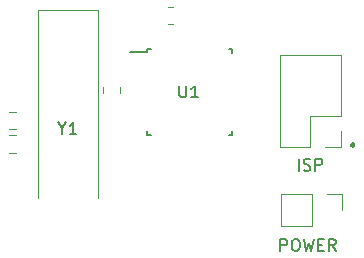
<source format=gbr>
G04 #@! TF.GenerationSoftware,KiCad,Pcbnew,(5.1.8-0-10_14)*
G04 #@! TF.CreationDate,2021-10-06T14:58:47+02:00*
G04 #@! TF.ProjectId,ATmega328P-Barebone,41546d65-6761-4333-9238-502d42617265,rev?*
G04 #@! TF.SameCoordinates,Original*
G04 #@! TF.FileFunction,Legend,Top*
G04 #@! TF.FilePolarity,Positive*
%FSLAX46Y46*%
G04 Gerber Fmt 4.6, Leading zero omitted, Abs format (unit mm)*
G04 Created by KiCad (PCBNEW (5.1.8-0-10_14)) date 2021-10-06 14:58:47*
%MOMM*%
%LPD*%
G01*
G04 APERTURE LIST*
%ADD10C,0.150000*%
%ADD11C,0.120000*%
G04 APERTURE END LIST*
D10*
X170604761Y-76876190D02*
X170604761Y-77066666D01*
X170652380Y-77066666D02*
X170652380Y-76876190D01*
X170700000Y-76828571D02*
X170700000Y-77114285D01*
X170747619Y-77066666D02*
X170747619Y-76876190D01*
X170795238Y-76876190D02*
X170795238Y-77066666D01*
X170604761Y-77019047D02*
X170700000Y-77114285D01*
X170795238Y-77019047D01*
X170604761Y-76923809D02*
X170700000Y-76828571D01*
X170795238Y-76923809D01*
X170604761Y-76876190D02*
X170700000Y-76828571D01*
X170795238Y-76876190D01*
X170842857Y-76971428D01*
X170795238Y-77066666D01*
X170700000Y-77114285D01*
X170604761Y-77066666D01*
X170557142Y-76971428D01*
X170604761Y-76876190D01*
X166123809Y-79152380D02*
X166123809Y-78152380D01*
X166552380Y-79104761D02*
X166695238Y-79152380D01*
X166933333Y-79152380D01*
X167028571Y-79104761D01*
X167076190Y-79057142D01*
X167123809Y-78961904D01*
X167123809Y-78866666D01*
X167076190Y-78771428D01*
X167028571Y-78723809D01*
X166933333Y-78676190D01*
X166742857Y-78628571D01*
X166647619Y-78580952D01*
X166600000Y-78533333D01*
X166552380Y-78438095D01*
X166552380Y-78342857D01*
X166600000Y-78247619D01*
X166647619Y-78200000D01*
X166742857Y-78152380D01*
X166980952Y-78152380D01*
X167123809Y-78200000D01*
X167552380Y-79152380D02*
X167552380Y-78152380D01*
X167933333Y-78152380D01*
X168028571Y-78200000D01*
X168076190Y-78247619D01*
X168123809Y-78342857D01*
X168123809Y-78485714D01*
X168076190Y-78580952D01*
X168028571Y-78628571D01*
X167933333Y-78676190D01*
X167552380Y-78676190D01*
X164590476Y-85952380D02*
X164590476Y-84952380D01*
X164971428Y-84952380D01*
X165066666Y-85000000D01*
X165114285Y-85047619D01*
X165161904Y-85142857D01*
X165161904Y-85285714D01*
X165114285Y-85380952D01*
X165066666Y-85428571D01*
X164971428Y-85476190D01*
X164590476Y-85476190D01*
X165780952Y-84952380D02*
X165971428Y-84952380D01*
X166066666Y-85000000D01*
X166161904Y-85095238D01*
X166209523Y-85285714D01*
X166209523Y-85619047D01*
X166161904Y-85809523D01*
X166066666Y-85904761D01*
X165971428Y-85952380D01*
X165780952Y-85952380D01*
X165685714Y-85904761D01*
X165590476Y-85809523D01*
X165542857Y-85619047D01*
X165542857Y-85285714D01*
X165590476Y-85095238D01*
X165685714Y-85000000D01*
X165780952Y-84952380D01*
X166542857Y-84952380D02*
X166780952Y-85952380D01*
X166971428Y-85238095D01*
X167161904Y-85952380D01*
X167400000Y-84952380D01*
X167780952Y-85428571D02*
X168114285Y-85428571D01*
X168257142Y-85952380D02*
X167780952Y-85952380D01*
X167780952Y-84952380D01*
X168257142Y-84952380D01*
X169257142Y-85952380D02*
X168923809Y-85476190D01*
X168685714Y-85952380D02*
X168685714Y-84952380D01*
X169066666Y-84952380D01*
X169161904Y-85000000D01*
X169209523Y-85047619D01*
X169257142Y-85142857D01*
X169257142Y-85285714D01*
X169209523Y-85380952D01*
X169161904Y-85428571D01*
X169066666Y-85476190D01*
X168685714Y-85476190D01*
D11*
X149150000Y-81500000D02*
X149150000Y-65525000D01*
X149150000Y-65525000D02*
X144050000Y-65525000D01*
X144050000Y-65525000D02*
X144050000Y-81500000D01*
D10*
X153275000Y-68875000D02*
X153275000Y-69100000D01*
X160525000Y-68875000D02*
X160525000Y-69200000D01*
X160525000Y-76125000D02*
X160525000Y-75800000D01*
X153275000Y-76125000D02*
X153275000Y-75800000D01*
X153275000Y-68875000D02*
X153600000Y-68875000D01*
X153275000Y-76125000D02*
X153600000Y-76125000D01*
X160525000Y-76125000D02*
X160200000Y-76125000D01*
X160525000Y-68875000D02*
X160200000Y-68875000D01*
X153275000Y-69100000D02*
X151850000Y-69100000D01*
D11*
X155072936Y-65265000D02*
X155527064Y-65265000D01*
X155072936Y-66735000D02*
X155527064Y-66735000D01*
X169730000Y-69390000D02*
X164530000Y-69390000D01*
X169730000Y-74530000D02*
X169730000Y-69390000D01*
X164530000Y-77130000D02*
X164530000Y-69390000D01*
X169730000Y-74530000D02*
X167130000Y-74530000D01*
X167130000Y-74530000D02*
X167130000Y-77130000D01*
X167130000Y-77130000D02*
X164530000Y-77130000D01*
X169730000Y-75800000D02*
X169730000Y-77130000D01*
X169730000Y-77130000D02*
X168400000Y-77130000D01*
X141638748Y-76165000D02*
X142161252Y-76165000D01*
X141638748Y-77635000D02*
X142161252Y-77635000D01*
X141638748Y-74165000D02*
X142161252Y-74165000D01*
X141638748Y-75635000D02*
X142161252Y-75635000D01*
X151035000Y-72038748D02*
X151035000Y-72561252D01*
X149565000Y-72038748D02*
X149565000Y-72561252D01*
X164630000Y-81170000D02*
X164630000Y-83830000D01*
X167230000Y-81170000D02*
X164630000Y-81170000D01*
X167230000Y-83830000D02*
X164630000Y-83830000D01*
X167230000Y-81170000D02*
X167230000Y-83830000D01*
X168500000Y-81170000D02*
X169830000Y-81170000D01*
X169830000Y-81170000D02*
X169830000Y-82500000D01*
D10*
X146123809Y-75576190D02*
X146123809Y-76052380D01*
X145790476Y-75052380D02*
X146123809Y-75576190D01*
X146457142Y-75052380D01*
X147314285Y-76052380D02*
X146742857Y-76052380D01*
X147028571Y-76052380D02*
X147028571Y-75052380D01*
X146933333Y-75195238D01*
X146838095Y-75290476D01*
X146742857Y-75338095D01*
X156038095Y-71952380D02*
X156038095Y-72761904D01*
X156085714Y-72857142D01*
X156133333Y-72904761D01*
X156228571Y-72952380D01*
X156419047Y-72952380D01*
X156514285Y-72904761D01*
X156561904Y-72857142D01*
X156609523Y-72761904D01*
X156609523Y-71952380D01*
X157609523Y-72952380D02*
X157038095Y-72952380D01*
X157323809Y-72952380D02*
X157323809Y-71952380D01*
X157228571Y-72095238D01*
X157133333Y-72190476D01*
X157038095Y-72238095D01*
M02*

</source>
